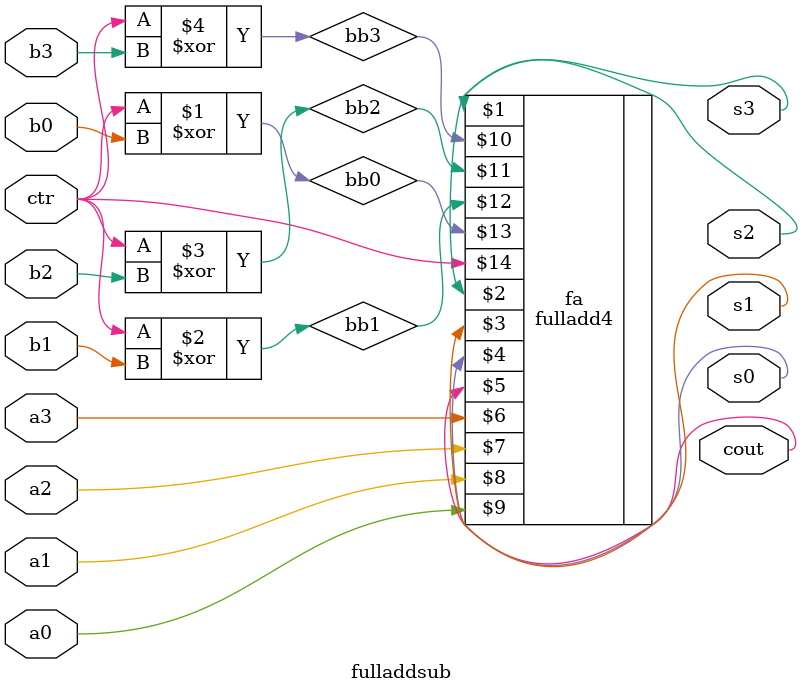
<source format=v>
`include "hwq1_b.v"
module fulladdsub(
    output s3,s2,s1,s0,cout,
    input a3,a2,a1,a0,b3,b2,b1,b0,ctr
);
wire bb0,bb1,bb2,bb3,bb4;
xor x1(bb0,ctr,b0);
xor x2(bb1,ctr,b1);
xor x3(bb2,ctr,b2);
xor x4(bb3,ctr,b3);
fulladd4 fa(s3,s2,s1,s0,cout,a3,a2,a1,a0,bb3,bb2,bb1,bb0,ctr);


endmodule
</source>
